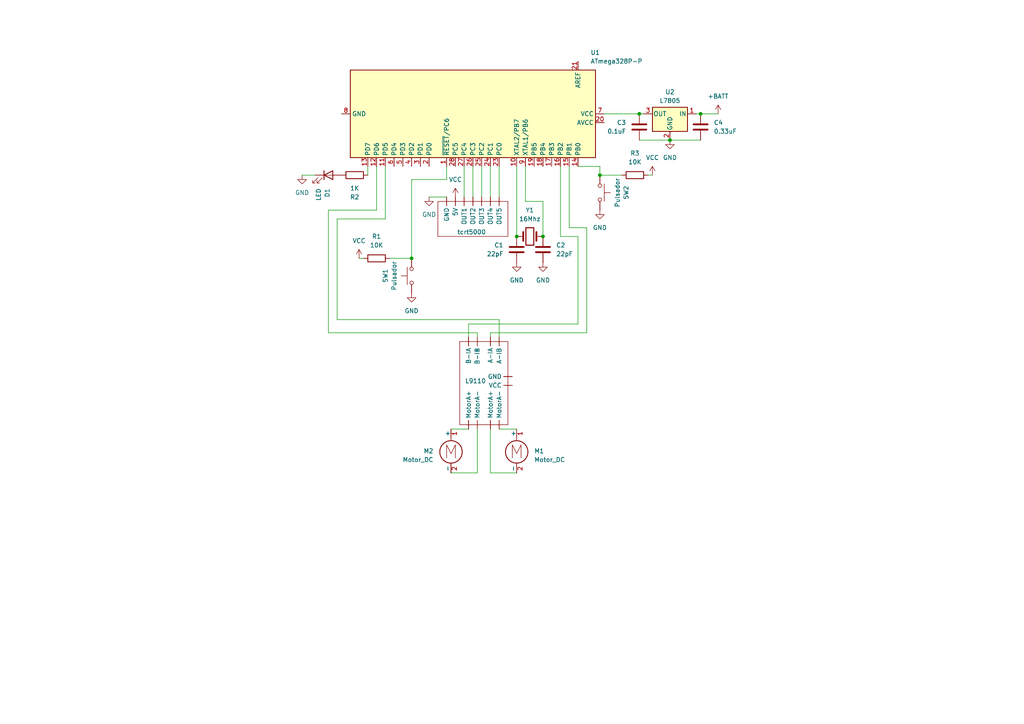
<source format=kicad_sch>
(kicad_sch (version 20230121) (generator eeschema)
  (paper "A4")
  (lib_symbols
    (symbol "Device:C" (pin_numbers hide) (pin_names (offset 0.254))
      (property "Reference" "C" (at 0.635 2.54 0))
      (property "Value" "C" (at 0.635 -2.54 0))
      (symbol "C_0_1"
        (polyline (pts (xy -2.032 -0.762) (xy 2.032 -0.762)) (stroke (width 0.508)))
        (polyline (pts (xy -2.032 0.762) (xy 2.032 0.762)) (stroke (width 0.508)))
      )
      (symbol "C_1_1"
        (pin passive line (at 0 3.81 270) (length 2.794) (name "~") (number "1"))
        (pin passive line (at 0 -3.81 90) (length 2.794) (name "~") (number "2"))
      )
    )
    (symbol "Device:Crystal" (pin_numbers hide) (pin_names (offset 1.016) hide)
      (property "Reference" "Y" (at 0 3.81 0))
      (property "Value" "Crystal" (at 0 -3.81 0))
      (symbol "Crystal_0_1"
        (rectangle (start -1.143 2.54) (end 1.143 -2.54) (stroke (width 0.3048)))
        (polyline (pts (xy -2.54 0) (xy -1.905 0)))
        (polyline (pts (xy -1.905 -1.27) (xy -1.905 1.27)) (stroke (width 0.508)))
        (polyline (pts (xy 1.905 -1.27) (xy 1.905 1.27)) (stroke (width 0.508)))
        (polyline (pts (xy 2.54 0) (xy 1.905 0)))
      )
      (symbol "Crystal_1_1"
        (pin passive line (at -3.81 0 0) (length 1.27) (name "1") (number "1"))
        (pin passive line (at 3.81 0 180) (length 1.27) (name "2") (number "2"))
      )
    )
    (symbol "Device:LED" (pin_numbers hide) (pin_names (offset 1.016) hide)
      (property "Reference" "D" (at 0 2.54 0))
      (property "Value" "LED" (at 0 -2.54 0))
      (symbol "LED_0_1"
        (polyline (pts (xy -1.27 -1.27) (xy -1.27 1.27)) (stroke (width 0.254)))
        (polyline (pts (xy -1.27 0) (xy 1.27 0)))
        (polyline (pts (xy 1.27 -1.27) (xy 1.27 1.27) (xy -1.27 0) (xy 1.27 -1.27)) (stroke (width 0.254)))
        (polyline (pts (xy -3.048 -0.762) (xy -4.572 -2.286) (xy -3.81 -2.286) (xy -4.572 -2.286) (xy -4.572 -1.524)))
        (polyline (pts (xy -1.778 -0.762) (xy -3.302 -2.286) (xy -2.54 -2.286) (xy -3.302 -2.286) (xy -3.302 -1.524)))
      )
      (symbol "LED_1_1"
        (pin passive line (at -3.81 0 0) (length 2.54) (name "K") (number "1"))
        (pin passive line (at 3.81 0 180) (length 2.54) (name "A") (number "2"))
      )
    )
    (symbol "Device:R" (pin_numbers hide) (pin_names (offset 0))
      (property "Reference" "R" (at 2.032 0 90))
      (property "Value" "R" (at 0 0 90))
      (symbol "R_0_1"
        (rectangle (start -1.016 -2.54) (end 1.016 2.54) (stroke (width 0.254)))
      )
      (symbol "R_1_1"
        (pin passive line (at 0 3.81 270) (length 1.27) (name "~") (number "1"))
        (pin passive line (at 0 -3.81 90) (length 1.27) (name "~") (number "2"))
      )
    )
    (symbol "L9110_1"
      (property "Reference" "L9110" (at -3.81 1.27 0))
      (symbol "L9110_1_0_1"
        (rectangle (start -7.62 11.43) (end 6.35 -12.7))
      )
      (symbol "L9110_1_1_1"
        (pin input line (at 1.27 12.7 270) (length 2.54) (name "A-IA") (number ""))
        (pin input line (at 3.81 12.7 270) (length 2.54) (name "A-IB") (number ""))
        (pin input line (at -5.08 12.7 270) (length 2.54) (name "B-IA") (number ""))
        (pin input line (at -2.54 12.7 270) (length 2.54) (name "B-IB") (number ""))
        (pin input line (at 7.62 1.27 180) (length 2.54) (name "GND") (number ""))
        (pin output line (at -5.08 -13.97 90) (length 2.54) (name "MotorA+") (number ""))
        (pin output line (at 1.27 -13.97 90) (length 2.54) (name "MotorA+") (number ""))
        (pin output line (at -2.54 -13.97 90) (length 2.54) (name "MotorA-") (number ""))
        (pin output line (at 3.81 -13.97 90) (length 2.54) (name "MotorA-") (number ""))
        (pin input line (at 7.62 -1.27 180) (length 2.54) (name "VCC") (number ""))
      )
    )
    (symbol "MCU_Microchip_ATmega:ATmega328P-P"
      (property "Reference" "U" (at -12.7 36.83 0))
      (property "Value" "ATmega328P-P" (at 2.54 -36.83 0))
      (symbol "ATmega328P-P_0_1"
        (rectangle (start -12.7 -35.56) (end 12.7 35.56) (stroke (width 0.254)) (fill (type background)))
      )
      (symbol "ATmega328P-P_1_1"
        (pin bidirectional line (at 15.24 -7.62 180) (length 2.54) (name "~{RESET}/PC6") (number "1"))
        (pin bidirectional line (at 15.24 12.7 180) (length 2.54) (name "XTAL2/PB7") (number "10"))
        (pin bidirectional line (at 15.24 -25.4 180) (length 2.54) (name "PD5") (number "11"))
        (pin bidirectional line (at 15.24 -27.94 180) (length 2.54) (name "PD6") (number "12"))
        (pin bidirectional line (at 15.24 -30.48 180) (length 2.54) (name "PD7") (number "13"))
        (pin bidirectional line (at 15.24 30.48 180) (length 2.54) (name "PB0") (number "14"))
        (pin bidirectional line (at 15.24 27.94 180) (length 2.54) (name "PB1") (number "15"))
        (pin bidirectional line (at 15.24 25.4 180) (length 2.54) (name "PB2") (number "16"))
        (pin bidirectional line (at 15.24 22.86 180) (length 2.54) (name "PB3") (number "17"))
        (pin bidirectional line (at 15.24 20.32 180) (length 2.54) (name "PB4") (number "18"))
        (pin bidirectional line (at 15.24 17.78 180) (length 2.54) (name "PB5") (number "19"))
        (pin bidirectional line (at 15.24 -12.7 180) (length 2.54) (name "PD0") (number "2"))
        (pin power_in line (at 2.54 38.1 270) (length 2.54) (name "AVCC") (number "20"))
        (pin passive line (at -15.24 30.48 0) (length 2.54) (name "AREF") (number "21"))
        (pin passive line (at 0 -38.1 90) (length 2.54) hide (name "GND") (number "22"))
        (pin bidirectional line (at 15.24 7.62 180) (length 2.54) (name "PC0") (number "23"))
        (pin bidirectional line (at 15.24 5.08 180) (length 2.54) (name "PC1") (number "24"))
        (pin bidirectional line (at 15.24 2.54 180) (length 2.54) (name "PC2") (number "25"))
        (pin bidirectional line (at 15.24 0 180) (length 2.54) (name "PC3") (number "26"))
        (pin bidirectional line (at 15.24 -2.54 180) (length 2.54) (name "PC4") (number "27"))
        (pin bidirectional line (at 15.24 -5.08 180) (length 2.54) (name "PC5") (number "28"))
        (pin bidirectional line (at 15.24 -15.24 180) (length 2.54) (name "PD1") (number "3"))
        (pin bidirectional line (at 15.24 -17.78 180) (length 2.54) (name "PD2") (number "4"))
        (pin bidirectional line (at 15.24 -20.32 180) (length 2.54) (name "PD3") (number "5"))
        (pin bidirectional line (at 15.24 -22.86 180) (length 2.54) (name "PD4") (number "6"))
        (pin power_in line (at 0 38.1 270) (length 2.54) (name "VCC") (number "7"))
        (pin power_in line (at 0 -38.1 90) (length 2.54) (name "GND") (number "8"))
        (pin bidirectional line (at 15.24 15.24 180) (length 2.54) (name "XTAL1/PB6") (number "9"))
      )
    )
    (symbol "Motor:Motor_DC" (pin_names (offset 0))
      (property "Reference" "M" (at 2.54 2.54 0))
      (property "Value" "Motor_DC" (at 2.54 -5.08 0))
      (symbol "Motor_DC_0_0"
        (polyline (pts (xy -1.27 -3.302) (xy -1.27 0.508) (xy 0 -2.032) (xy 1.27 0.508) (xy 1.27 -3.302)))
      )
      (symbol "Motor_DC_0_1"
        (circle (center 0 -1.524) (radius 3.2512) (stroke (width 0.254)))
        (polyline (pts (xy 0 -7.62) (xy 0 -7.112)))
        (polyline (pts (xy 0 -4.7752) (xy 0 -5.1816)))
        (polyline (pts (xy 0 1.7272) (xy 0 2.0828)))
        (polyline (pts (xy 0 2.032) (xy 0 2.54)))
      )
      (symbol "Motor_DC_1_1"
        (pin passive line (at 0 5.08 270) (length 2.54) (name "+") (number "1"))
        (pin passive line (at 0 -7.62 90) (length 2.54) (name "-") (number "2"))
      )
    )
    (symbol "Regulator_Linear:L7805" (pin_names (offset 0.254))
      (property "Reference" "U" (at -3.81 3.175 0))
      (property "Value" "L7805" (at 0 3.175 0))
      (symbol "L7805_0_1"
        (rectangle (start -5.08 1.905) (end 5.08 -5.08) (stroke (width 0.254)) (fill (type background)))
      )
      (symbol "L7805_1_1"
        (pin power_in line (at -7.62 0 0) (length 2.54) (name "IN") (number "1"))
        (pin power_in line (at 0 -7.62 90) (length 2.54) (name "GND") (number "2"))
        (pin power_out line (at 7.62 0 180) (length 2.54) (name "OUT") (number "3"))
      )
    )
    (symbol "Switch:SW_Push" (pin_numbers hide) (pin_names (offset 1.016) hide)
      (property "Reference" "SW" (at 1.27 2.54 0))
      (property "Value" "SW_Push" (at 0 -1.524 0))
      (symbol "SW_Push_0_1"
        (circle (center -2.032 0) (radius 0.508))
        (polyline (pts (xy 0 1.27) (xy 0 3.048)))
        (polyline (pts (xy 2.54 1.27) (xy -2.54 1.27)))
        (circle (center 2.032 0) (radius 0.508))
        (pin passive line (at -5.08 0 0) (length 2.54) (name "1") (number "1"))
        (pin passive line (at 5.08 0 180) (length 2.54) (name "2") (number "2"))
      )
    )
    (symbol "power:+BATT" (power) (pin_names (offset 0))
      (property "Value" "+BATT" (at 0 3.556 0))
      (symbol "+BATT_0_1"
        (polyline (pts (xy -0.762 1.27) (xy 0 2.54)))
        (polyline (pts (xy 0 0) (xy 0 2.54)))
        (polyline (pts (xy 0 2.54) (xy 0.762 1.27)))
      )
      (symbol "+BATT_1_1"
        (pin power_in line (at 0 0 90) (length 0) hide (name "+BATT") (number "1"))
      )
    )
    (symbol "power:GND" (power) (pin_names (offset 0))
      (property "Value" "GND" (at 0 -3.81 0))
      (symbol "GND_0_1"
        (polyline (pts (xy 0 0) (xy 0 -1.27) (xy 1.27 -1.27) (xy 0 -2.54) (xy -1.27 -1.27) (xy 0 -1.27)))
      )
      (symbol "GND_1_1"
        (pin power_in line (at 0 0 270) (length 0) hide (name "GND") (number "1"))
      )
    )
    (symbol "power:VCC" (power) (pin_names (offset 0))
      (property "Value" "VCC" (at 0 3.81 0))
      (symbol "VCC_0_1"
        (polyline (pts (xy -0.762 1.27) (xy 0 2.54)))
        (polyline (pts (xy 0 0) (xy 0 2.54)))
        (polyline (pts (xy 0 2.54) (xy 0.762 1.27)))
      )
      (symbol "VCC_1_1"
        (pin power_in line (at 0 0 90) (length 0) hide (name "VCC") (number "1"))
      )
    )
    (symbol "tcrt5000:tcrt5000"
      (property "Reference" "tcrt5000" (at -7.62 -3.81 0))
      (symbol "tcrt5000_0_1"
        (rectangle (start 2.54 5.08) (end -17.78 -5.08))
      )
      (symbol "tcrt5000_1_1"
        (pin input line (at -2.54 6.35 270) (length 2.54) (name "5V") (number ""))
        (pin input line (at 0 6.35 270) (length 2.54) (name "GND") (number ""))
        (pin input line (at -5.08 6.35 270) (length 2.54) (name "OUT1") (number ""))
        (pin input line (at -7.62 6.35 270) (length 2.54) (name "OUT2") (number ""))
        (pin input line (at -10.16 6.35 270) (length 2.54) (name "OUT3") (number ""))
        (pin input line (at -12.7 6.35 270) (length 2.54) (name "OUT4") (number ""))
        (pin input line (at -15.24 6.35 270) (length 2.54) (name "OUT5") (number ""))
      )
    )
  )
  (junction (at 173.99 50.8))
  (junction (at 157.48 68.58))
  (junction (at 203.2 33.02))
  (junction (at 149.86 68.58))
  (junction (at 194.31 40.64))
  (junction (at 119.38 74.93))
  (junction (at 185.42 33.02))
  (wire (pts (xy 106.68 48.26) (xy 106.68 50.8)))
  (wire (pts (xy 137.16 48.26) (xy 137.16 57.15)))
  (wire (pts (xy 113.03 74.93) (xy 119.38 74.93)))
  (wire (pts (xy 130.81 124.46) (xy 135.89 124.46)))
  (wire (pts (xy 180.34 50.8) (xy 173.99 50.8)))
  (wire (pts (xy 144.78 92.71) (xy 144.78 97.79)))
  (wire (pts (xy 201.93 33.02) (xy 203.2 33.02)))
  (wire (pts (xy 170.18 96.52) (xy 142.24 96.52)))
  (wire (pts (xy 119.38 52.07) (xy 119.38 74.93)))
  (wire (pts (xy 142.24 96.52) (xy 142.24 97.79)))
  (wire (pts (xy 135.89 93.98) (xy 135.89 97.79)))
  (wire (pts (xy 109.22 60.96) (xy 95.25 60.96)))
  (wire (pts (xy 157.48 58.42) (xy 157.48 68.58)))
  (wire (pts (xy 95.25 96.52) (xy 138.43 96.52)))
  (wire (pts (xy 162.56 68.58) (xy 167.64 68.58)))
  (wire (pts (xy 189.23 50.8) (xy 187.96 50.8)))
  (wire (pts (xy 173.99 48.26) (xy 173.99 50.8)))
  (wire (pts (xy 152.4 58.42) (xy 157.48 58.42)))
  (wire (pts (xy 129.54 48.26) (xy 129.54 52.07)))
  (wire (pts (xy 144.78 48.26) (xy 144.78 57.15)))
  (wire (pts (xy 144.78 124.46) (xy 149.86 124.46)))
  (wire (pts (xy 130.81 137.16) (xy 138.43 137.16)))
  (wire (pts (xy 109.22 48.26) (xy 109.22 60.96)))
  (wire (pts (xy 111.76 63.5) (xy 97.79 63.5)))
  (wire (pts (xy 152.4 48.26) (xy 152.4 58.42)))
  (wire (pts (xy 124.46 57.15) (xy 129.54 57.15)))
  (wire (pts (xy 185.42 40.64) (xy 194.31 40.64)))
  (wire (pts (xy 203.2 33.02) (xy 208.28 33.02)))
  (wire (pts (xy 97.79 92.71) (xy 144.78 92.71)))
  (wire (pts (xy 165.1 48.26) (xy 165.1 66.04)))
  (wire (pts (xy 129.54 52.07) (xy 119.38 52.07)))
  (wire (pts (xy 138.43 97.79) (xy 138.43 96.52)))
  (wire (pts (xy 139.7 48.26) (xy 139.7 57.15)))
  (wire (pts (xy 95.25 60.96) (xy 95.25 96.52)))
  (wire (pts (xy 142.24 124.46) (xy 142.24 137.16)))
  (wire (pts (xy 173.99 48.26) (xy 167.64 48.26)))
  (wire (pts (xy 194.31 40.64) (xy 203.2 40.64)))
  (wire (pts (xy 185.42 33.02) (xy 186.69 33.02)))
  (wire (pts (xy 167.64 68.58) (xy 167.64 93.98)))
  (wire (pts (xy 111.76 48.26) (xy 111.76 63.5)))
  (wire (pts (xy 134.62 48.26) (xy 134.62 57.15)))
  (wire (pts (xy 162.56 48.26) (xy 162.56 68.58)))
  (wire (pts (xy 142.24 48.26) (xy 142.24 57.15)))
  (wire (pts (xy 165.1 66.04) (xy 170.18 66.04)))
  (wire (pts (xy 138.43 124.46) (xy 138.43 137.16)))
  (wire (pts (xy 149.86 48.26) (xy 149.86 68.58)))
  (wire (pts (xy 142.24 137.16) (xy 149.86 137.16)))
  (wire (pts (xy 135.89 93.98) (xy 167.64 93.98)))
  (wire (pts (xy 170.18 66.04) (xy 170.18 96.52)))
  (wire (pts (xy 104.14 74.93) (xy 105.41 74.93)))
  (wire (pts (xy 97.79 63.5) (xy 97.79 92.71)))
  (wire (pts (xy 175.26 33.02) (xy 185.42 33.02)))
  (wire (pts (xy 87.63 50.8) (xy 91.44 50.8)))
  (symbol (lib_id "Device:R") (at 184.15 50.8 270) (mirror x) (unit 1)
    (property "Reference" "R3" (at 184.15 44.45 90))
    (property "Value" "10K" (at 184.15 46.99 90))
  )
  (symbol (lib_id "Device:LED") (at 95.25 50.8 0) (unit 1)
    (property "Reference" "D1" (at 94.9325 54.61 90) (effects (justify right)))
    (property "Value" "LED" (at 92.3925 54.61 90) (effects (justify right)))
  )
  (symbol (lib_id "power:GND") (at 173.99 60.96 0) (mirror y) (unit 1)
    (property "Reference" "#PWR09" (effects hide))
    (property "Value" "GND" (at 173.99 66.04 0))
  )
  (symbol (lib_id "Device:Crystal") (at 153.67 68.58 0) (unit 1)
    (property "Reference" "Y1" (at 153.67 60.96 0))
    (property "Value" "16Mhz" (at 153.67 63.5 0))
  )
  (symbol (lib_id "Device:R") (at 109.22 74.93 90) (unit 1)
    (property "Reference" "R1" (at 109.22 68.58 90))
    (property "Value" "10K" (at 109.22 71.12 90))
  )
  (symbol (lib_id "power:GND") (at 157.48 76.2 0) (unit 1)
    (property "Reference" "#PWR01" (effects hide))
    (property "Value" "GND" (at 157.48 81.28 0))
  )
  (symbol (lib_id "Motor:Motor_DC") (at 149.86 129.54 0) (unit 1)
    (property "Reference" "M1" (at 154.94 130.81 0) (effects (justify left)))
    (property "Value" "Motor_DC" (at 154.94 133.35 0) (effects (justify left)))
  )
  (symbol (lib_id "power:GND") (at 194.31 40.64 0) (unit 1)
    (property "Reference" "#PWR03" (effects hide))
    (property "Value" "GND" (at 194.31 45.72 0))
  )
  (symbol (lib_id "Motor:Motor_DC") (at 130.81 129.54 0) (mirror y) (unit 1)
    (property "Reference" "M2" (at 125.73 130.81 0) (effects (justify left)))
    (property "Value" "Motor_DC" (at 125.73 133.35 0) (effects (justify left)))
  )
  (symbol (lib_id "power:GND") (at 149.86 76.2 0) (unit 1)
    (property "Reference" "#PWR02" (effects hide))
    (property "Value" "GND" (at 149.86 81.28 0))
  )
  (symbol (lib_id "Device:R") (at 102.87 50.8 90) (mirror x) (unit 1)
    (property "Reference" "R2" (at 102.87 57.15 90))
    (property "Value" "1K" (at 102.87 54.61 90))
  )
  (symbol (lib_id "Device:C") (at 149.86 72.39 0) (mirror y) (unit 1)
    (property "Reference" "C1" (at 146.05 71.12 0) (effects (justify left)))
    (property "Value" "22pF" (at 146.05 73.66 0) (effects (justify left)))
  )
  (symbol (lib_id "power:+BATT") (at 208.28 33.02 0) (unit 1)
    (property "Reference" "#PWR05" (effects hide))
    (property "Value" "+BATT" (at 208.28 27.94 0))
  )
  (symbol (lib_id "Switch:SW_Push") (at 173.99 55.88 270) (mirror x) (unit 1)
    (property "Reference" "SW2" (at 181.61 55.88 0))
    (property "Value" "Pulsador" (at 179.07 55.88 0))
  )
  (symbol (lib_id "Regulator_Linear:L7805") (at 194.31 33.02 0) (mirror y) (unit 1)
    (property "Reference" "U2" (at 194.31 26.67 0))
    (property "Value" "L7805" (at 194.31 29.21 0))
    (property "Datasheet" "http://www.st.com/content/ccc/resource/technical/document/datasheet/41/4f/b3/b0/12/d4/47/88/CD00000444.pdf/files/CD00000444.pdf/jcr:content/translations/en.CD00000444.pdf" (effects hide))
  )
  (symbol (lib_id "Device:C") (at 185.42 36.83 0) (mirror y) (unit 1)
    (property "Reference" "C3" (at 181.61 35.56 0) (effects (justify left)))
    (property "Value" "0.1uF" (at 181.61 38.1 0) (effects (justify left)))
  )
  (symbol (lib_id "power:GND") (at 124.46 57.15 0) (unit 1)
    (property "Reference" "#PWR011" (effects hide))
    (property "Value" "GND" (at 124.46 62.23 0))
  )
  (symbol (lib_id "Device:C") (at 157.48 72.39 0) (unit 1)
    (property "Reference" "C2" (at 161.29 71.12 0) (effects (justify left)))
    (property "Value" "22pF" (at 161.29 73.66 0) (effects (justify left)))
  )
  (symbol (lib_id "power:GND") (at 119.38 85.09 0) (unit 1)
    (property "Reference" "#PWR06" (effects hide))
    (property "Value" "GND" (at 119.38 90.17 0))
  )
  (symbol (lib_id "power:VCC") (at 132.08 57.15 0) (unit 1)
    (property "Reference" "#PWR010" (effects hide))
    (property "Value" "VCC" (at 132.08 52.07 0))
  )
  (symbol (lib_id "Device:C") (at 203.2 36.83 0) (unit 1)
    (property "Reference" "C4" (at 207.01 35.56 0) (effects (justify left)))
    (property "Value" "0.33uF" (at 207.01 38.1 0) (effects (justify left)))
  )
  (symbol (lib_id "power:VCC") (at 189.23 50.8 0) (mirror y) (unit 1)
    (property "Reference" "#PWR08" (effects hide))
    (property "Value" "VCC" (at 189.23 45.72 0))
  )
  (symbol (lib_id "power:GND") (at 87.63 50.8 0) (unit 1)
    (property "Reference" "#PWR07" (effects hide))
    (property "Value" "GND" (at 87.63 55.88 0))
  )
  (symbol (lib_id "power:VCC") (at 104.14 74.93 0) (unit 1)
    (property "Reference" "#PWR04" (effects hide))
    (property "Value" "VCC" (at 104.14 69.85 0))
  )
  (symbol (lib_name "L9110_1") (lib_id "L9110:L9110") (at 140.97 110.49 0) (unit 1)
    (property "Reference" "L9110" (at 140.97 110.49 0) (effects (justify right)))
    (property "Value" "~" (at 138.43 101.6 0))
  )
  (symbol (lib_id "Switch:SW_Push") (at 119.38 80.01 90) (unit 1)
    (property "Reference" "SW1" (at 111.76 80.01 0))
    (property "Value" "Pulsador" (at 114.3 80.01 0))
  )
  (symbol (lib_id "tcrt5000:tcrt5000") (at 129.54 63.5 0) (mirror y) (unit 1)
    (property "Reference" "tcrt5000" (at 140.97 67.31 0) (effects (justify left)))
    (property "Value" "~" (at 129.54 62.23 0))
  )
  (symbol (lib_id "MCU_Microchip_ATmega:ATmega328P-P") (at 137.16 33.02 270) (unit 1)
    (property "Reference" "U1" (at 171.2661 15.24 90) (effects (justify left)))
    (property "Value" "ATmega328P-P" (at 171.2661 17.78 90) (effects (justify left)))
    (property "Footprint" "Package_DIP:DIP-28_W7.62mm" (effects hide))
    (property "Datasheet" "http://ww1.microchip.com/downloads/en/DeviceDoc/ATmega328_P%20AVR%20MCU%20with%20picoPower%20Technology%20Data%20Sheet%2040001984A.pdf" (effects hide))
  )
)
</source>
